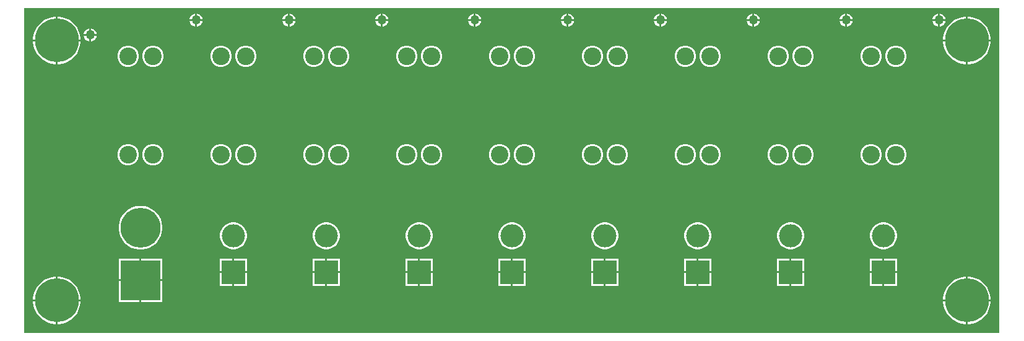
<source format=gbl>
G04*
G04 #@! TF.GenerationSoftware,Altium Limited,Altium Designer,21.8.1 (53)*
G04*
G04 Layer_Physical_Order=2*
G04 Layer_Color=16711680*
%FSLAX44Y44*%
%MOMM*%
G71*
G04*
G04 #@! TF.SameCoordinates,F20226F6-1504-4F19-8167-BFA24F29C99C*
G04*
G04*
G04 #@! TF.FilePolarity,Positive*
G04*
G01*
G75*
%ADD28C,2.4000*%
%ADD29R,3.1750X3.1750*%
%ADD30C,3.1750*%
%ADD31C,5.4610*%
%ADD32R,5.4610X5.4610*%
%ADD33C,6.0000*%
%ADD34C,1.2700*%
G36*
X1339850Y6350D02*
X6350D01*
Y450850D01*
X1339850D01*
Y6350D01*
D02*
G37*
%LPC*%
G36*
X1258570Y443203D02*
Y435610D01*
X1266163D01*
X1265584Y437771D01*
X1264414Y439799D01*
X1262759Y441454D01*
X1260731Y442624D01*
X1258570Y443203D01*
D02*
G37*
G36*
X1256030D02*
X1253869Y442624D01*
X1251841Y441454D01*
X1250186Y439799D01*
X1249016Y437771D01*
X1248437Y435610D01*
X1256030D01*
Y443203D01*
D02*
G37*
G36*
X1131570D02*
Y435610D01*
X1139163D01*
X1138584Y437771D01*
X1137414Y439799D01*
X1135759Y441454D01*
X1133731Y442624D01*
X1131570Y443203D01*
D02*
G37*
G36*
X1129030D02*
X1126869Y442624D01*
X1124841Y441454D01*
X1123186Y439799D01*
X1122016Y437771D01*
X1121437Y435610D01*
X1129030D01*
Y443203D01*
D02*
G37*
G36*
X1004570D02*
Y435610D01*
X1012163D01*
X1011584Y437771D01*
X1010414Y439799D01*
X1008759Y441454D01*
X1006731Y442624D01*
X1004570Y443203D01*
D02*
G37*
G36*
X1002030D02*
X999869Y442624D01*
X997841Y441454D01*
X996186Y439799D01*
X995016Y437771D01*
X994437Y435610D01*
X1002030D01*
Y443203D01*
D02*
G37*
G36*
X877570D02*
Y435610D01*
X885163D01*
X884584Y437771D01*
X883414Y439799D01*
X881759Y441454D01*
X879731Y442624D01*
X877570Y443203D01*
D02*
G37*
G36*
X875030D02*
X872869Y442624D01*
X870841Y441454D01*
X869186Y439799D01*
X868016Y437771D01*
X867437Y435610D01*
X875030D01*
Y443203D01*
D02*
G37*
G36*
X750570D02*
Y435610D01*
X758163D01*
X757584Y437771D01*
X756414Y439799D01*
X754759Y441454D01*
X752731Y442624D01*
X750570Y443203D01*
D02*
G37*
G36*
X748030D02*
X745869Y442624D01*
X743841Y441454D01*
X742186Y439799D01*
X741016Y437771D01*
X740437Y435610D01*
X748030D01*
Y443203D01*
D02*
G37*
G36*
X623570D02*
Y435610D01*
X631163D01*
X630584Y437771D01*
X629414Y439799D01*
X627759Y441454D01*
X625731Y442624D01*
X623570Y443203D01*
D02*
G37*
G36*
X621030D02*
X618869Y442624D01*
X616841Y441454D01*
X615186Y439799D01*
X614016Y437771D01*
X613437Y435610D01*
X621030D01*
Y443203D01*
D02*
G37*
G36*
X496570D02*
Y435610D01*
X504163D01*
X503584Y437771D01*
X502414Y439799D01*
X500759Y441454D01*
X498731Y442624D01*
X496570Y443203D01*
D02*
G37*
G36*
X494030D02*
X491869Y442624D01*
X489841Y441454D01*
X488186Y439799D01*
X487016Y437771D01*
X486437Y435610D01*
X494030D01*
Y443203D01*
D02*
G37*
G36*
X369570D02*
Y435610D01*
X377163D01*
X376584Y437771D01*
X375414Y439799D01*
X373759Y441454D01*
X371731Y442624D01*
X369570Y443203D01*
D02*
G37*
G36*
X367030D02*
X364869Y442624D01*
X362841Y441454D01*
X361186Y439799D01*
X360016Y437771D01*
X359437Y435610D01*
X367030D01*
Y443203D01*
D02*
G37*
G36*
X242570D02*
Y435610D01*
X250163D01*
X249584Y437771D01*
X248414Y439799D01*
X246759Y441454D01*
X244731Y442624D01*
X242570Y443203D01*
D02*
G37*
G36*
X240030D02*
X237869Y442624D01*
X235841Y441454D01*
X234186Y439799D01*
X233016Y437771D01*
X232437Y435610D01*
X240030D01*
Y443203D01*
D02*
G37*
G36*
X1266163Y433070D02*
X1258570D01*
Y425477D01*
X1260731Y426056D01*
X1262759Y427226D01*
X1264414Y428881D01*
X1265584Y430909D01*
X1266163Y433070D01*
D02*
G37*
G36*
X1256030D02*
X1248437D01*
X1249016Y430909D01*
X1250186Y428881D01*
X1251841Y427226D01*
X1253869Y426056D01*
X1256030Y425477D01*
Y433070D01*
D02*
G37*
G36*
X1139163D02*
X1131570D01*
Y425477D01*
X1133731Y426056D01*
X1135759Y427226D01*
X1137414Y428881D01*
X1138584Y430909D01*
X1139163Y433070D01*
D02*
G37*
G36*
X1129030D02*
X1121437D01*
X1122016Y430909D01*
X1123186Y428881D01*
X1124841Y427226D01*
X1126869Y426056D01*
X1129030Y425477D01*
Y433070D01*
D02*
G37*
G36*
X1012163D02*
X1004570D01*
Y425477D01*
X1006731Y426056D01*
X1008759Y427226D01*
X1010414Y428881D01*
X1011584Y430909D01*
X1012163Y433070D01*
D02*
G37*
G36*
X1002030D02*
X994437D01*
X995016Y430909D01*
X996186Y428881D01*
X997841Y427226D01*
X999869Y426056D01*
X1002030Y425477D01*
Y433070D01*
D02*
G37*
G36*
X885163D02*
X877570D01*
Y425477D01*
X879731Y426056D01*
X881759Y427226D01*
X883414Y428881D01*
X884584Y430909D01*
X885163Y433070D01*
D02*
G37*
G36*
X875030D02*
X867437D01*
X868016Y430909D01*
X869186Y428881D01*
X870841Y427226D01*
X872869Y426056D01*
X875030Y425477D01*
Y433070D01*
D02*
G37*
G36*
X758163D02*
X750570D01*
Y425477D01*
X752731Y426056D01*
X754759Y427226D01*
X756414Y428881D01*
X757584Y430909D01*
X758163Y433070D01*
D02*
G37*
G36*
X748030D02*
X740437D01*
X741016Y430909D01*
X742186Y428881D01*
X743841Y427226D01*
X745869Y426056D01*
X748030Y425477D01*
Y433070D01*
D02*
G37*
G36*
X631163D02*
X623570D01*
Y425477D01*
X625731Y426056D01*
X627759Y427226D01*
X629414Y428881D01*
X630584Y430909D01*
X631163Y433070D01*
D02*
G37*
G36*
X621030D02*
X613437D01*
X614016Y430909D01*
X615186Y428881D01*
X616841Y427226D01*
X618869Y426056D01*
X621030Y425477D01*
Y433070D01*
D02*
G37*
G36*
X504163D02*
X496570D01*
Y425477D01*
X498731Y426056D01*
X500759Y427226D01*
X502414Y428881D01*
X503584Y430909D01*
X504163Y433070D01*
D02*
G37*
G36*
X494030D02*
X486437D01*
X487016Y430909D01*
X488186Y428881D01*
X489841Y427226D01*
X491869Y426056D01*
X494030Y425477D01*
Y433070D01*
D02*
G37*
G36*
X377163D02*
X369570D01*
Y425477D01*
X371731Y426056D01*
X373759Y427226D01*
X375414Y428881D01*
X376584Y430909D01*
X377163Y433070D01*
D02*
G37*
G36*
X367030D02*
X359437D01*
X360016Y430909D01*
X361186Y428881D01*
X362841Y427226D01*
X364869Y426056D01*
X367030Y425477D01*
Y433070D01*
D02*
G37*
G36*
X250163D02*
X242570D01*
Y425477D01*
X244731Y426056D01*
X246759Y427226D01*
X248414Y428881D01*
X249584Y430909D01*
X250163Y433070D01*
D02*
G37*
G36*
X240030D02*
X232437D01*
X233016Y430909D01*
X234186Y428881D01*
X235841Y427226D01*
X237869Y426056D01*
X240030Y425477D01*
Y433070D01*
D02*
G37*
G36*
X97790Y422883D02*
Y415290D01*
X105383D01*
X104804Y417451D01*
X103634Y419479D01*
X101979Y421134D01*
X99951Y422304D01*
X97790Y422883D01*
D02*
G37*
G36*
X95250D02*
X93089Y422304D01*
X91061Y421134D01*
X89406Y419479D01*
X88236Y417451D01*
X87657Y415290D01*
X95250D01*
Y422883D01*
D02*
G37*
G36*
X1297961Y438940D02*
X1296670D01*
Y407670D01*
X1327940D01*
Y408961D01*
X1327139Y414020D01*
X1325556Y418891D01*
X1323231Y423455D01*
X1320220Y427598D01*
X1316598Y431220D01*
X1312455Y434231D01*
X1307891Y436556D01*
X1303020Y438139D01*
X1297961Y438940D01*
D02*
G37*
G36*
X1294130D02*
X1292839D01*
X1287780Y438139D01*
X1282909Y436556D01*
X1278345Y434231D01*
X1274202Y431220D01*
X1270580Y427598D01*
X1267569Y423455D01*
X1265244Y418891D01*
X1263661Y414020D01*
X1262860Y408961D01*
Y407670D01*
X1294130D01*
Y438940D01*
D02*
G37*
G36*
X53361D02*
X52070D01*
Y407670D01*
X83340D01*
Y408961D01*
X82539Y414020D01*
X80956Y418891D01*
X78631Y423455D01*
X75620Y427598D01*
X71998Y431220D01*
X67855Y434231D01*
X63291Y436556D01*
X58420Y438139D01*
X53361Y438940D01*
D02*
G37*
G36*
X49530D02*
X48239D01*
X43180Y438139D01*
X38309Y436556D01*
X33745Y434231D01*
X29602Y431220D01*
X25980Y427598D01*
X22969Y423455D01*
X20644Y418891D01*
X19061Y414020D01*
X18260Y408961D01*
Y407670D01*
X49530D01*
Y438940D01*
D02*
G37*
G36*
X105383Y412750D02*
X97790D01*
Y405157D01*
X99951Y405736D01*
X101979Y406906D01*
X103634Y408561D01*
X104804Y410589D01*
X105383Y412750D01*
D02*
G37*
G36*
X95250D02*
X87657D01*
X88236Y410589D01*
X89406Y408561D01*
X91061Y406906D01*
X93089Y405736D01*
X95250Y405157D01*
Y412750D01*
D02*
G37*
G36*
X1327940Y405130D02*
X1296670D01*
Y373860D01*
X1297961D01*
X1303020Y374661D01*
X1307891Y376244D01*
X1312455Y378569D01*
X1316598Y381580D01*
X1320220Y385202D01*
X1323231Y389345D01*
X1325556Y393909D01*
X1327139Y398780D01*
X1327940Y403839D01*
Y405130D01*
D02*
G37*
G36*
X1294130D02*
X1262860D01*
Y403839D01*
X1263661Y398780D01*
X1265244Y393909D01*
X1267569Y389345D01*
X1270580Y385202D01*
X1274202Y381580D01*
X1278345Y378569D01*
X1282909Y376244D01*
X1287780Y374661D01*
X1292839Y373860D01*
X1294130D01*
Y405130D01*
D02*
G37*
G36*
X83340D02*
X52070D01*
Y373860D01*
X53361D01*
X58420Y374661D01*
X63291Y376244D01*
X67855Y378569D01*
X71998Y381580D01*
X75620Y385202D01*
X78631Y389345D01*
X80956Y393909D01*
X82539Y398780D01*
X83340Y403839D01*
Y405130D01*
D02*
G37*
G36*
X49530D02*
X18260D01*
Y403839D01*
X19061Y398780D01*
X20644Y393909D01*
X22969Y389345D01*
X25980Y385202D01*
X29602Y381580D01*
X33745Y378569D01*
X38309Y376244D01*
X43180Y374661D01*
X48239Y373860D01*
X49530D01*
Y405130D01*
D02*
G37*
G36*
X1200014Y399390D02*
X1196186D01*
X1192488Y398399D01*
X1189172Y396485D01*
X1186465Y393778D01*
X1184551Y390462D01*
X1183560Y386764D01*
Y382936D01*
X1184551Y379238D01*
X1186465Y375922D01*
X1189172Y373215D01*
X1192488Y371301D01*
X1196186Y370310D01*
X1200014D01*
X1203712Y371301D01*
X1207028Y373215D01*
X1209735Y375922D01*
X1211649Y379238D01*
X1212640Y382936D01*
Y386764D01*
X1211649Y390462D01*
X1209735Y393778D01*
X1207028Y396485D01*
X1203712Y398399D01*
X1200014Y399390D01*
D02*
G37*
G36*
X1166014D02*
X1162186D01*
X1158488Y398399D01*
X1155172Y396485D01*
X1152465Y393778D01*
X1150551Y390462D01*
X1149560Y386764D01*
Y382936D01*
X1150551Y379238D01*
X1152465Y375922D01*
X1155172Y373215D01*
X1158488Y371301D01*
X1162186Y370310D01*
X1166014D01*
X1169712Y371301D01*
X1173028Y373215D01*
X1175735Y375922D01*
X1177649Y379238D01*
X1178640Y382936D01*
Y386764D01*
X1177649Y390462D01*
X1175735Y393778D01*
X1173028Y396485D01*
X1169712Y398399D01*
X1166014Y399390D01*
D02*
G37*
G36*
X1073014D02*
X1069186D01*
X1065488Y398399D01*
X1062172Y396485D01*
X1059465Y393778D01*
X1057551Y390462D01*
X1056560Y386764D01*
Y382936D01*
X1057551Y379238D01*
X1059465Y375922D01*
X1062172Y373215D01*
X1065488Y371301D01*
X1069186Y370310D01*
X1073014D01*
X1076712Y371301D01*
X1080028Y373215D01*
X1082735Y375922D01*
X1084649Y379238D01*
X1085640Y382936D01*
Y386764D01*
X1084649Y390462D01*
X1082735Y393778D01*
X1080028Y396485D01*
X1076712Y398399D01*
X1073014Y399390D01*
D02*
G37*
G36*
X1039014D02*
X1035186D01*
X1031488Y398399D01*
X1028172Y396485D01*
X1025465Y393778D01*
X1023551Y390462D01*
X1022560Y386764D01*
Y382936D01*
X1023551Y379238D01*
X1025465Y375922D01*
X1028172Y373215D01*
X1031488Y371301D01*
X1035186Y370310D01*
X1039014D01*
X1042712Y371301D01*
X1046028Y373215D01*
X1048735Y375922D01*
X1050649Y379238D01*
X1051640Y382936D01*
Y386764D01*
X1050649Y390462D01*
X1048735Y393778D01*
X1046028Y396485D01*
X1042712Y398399D01*
X1039014Y399390D01*
D02*
G37*
G36*
X946014D02*
X942186D01*
X938488Y398399D01*
X935172Y396485D01*
X932465Y393778D01*
X930551Y390462D01*
X929560Y386764D01*
Y382936D01*
X930551Y379238D01*
X932465Y375922D01*
X935172Y373215D01*
X938488Y371301D01*
X942186Y370310D01*
X946014D01*
X949712Y371301D01*
X953028Y373215D01*
X955735Y375922D01*
X957649Y379238D01*
X958640Y382936D01*
Y386764D01*
X957649Y390462D01*
X955735Y393778D01*
X953028Y396485D01*
X949712Y398399D01*
X946014Y399390D01*
D02*
G37*
G36*
X912014D02*
X908186D01*
X904488Y398399D01*
X901172Y396485D01*
X898465Y393778D01*
X896551Y390462D01*
X895560Y386764D01*
Y382936D01*
X896551Y379238D01*
X898465Y375922D01*
X901172Y373215D01*
X904488Y371301D01*
X908186Y370310D01*
X912014D01*
X915712Y371301D01*
X919028Y373215D01*
X921735Y375922D01*
X923649Y379238D01*
X924640Y382936D01*
Y386764D01*
X923649Y390462D01*
X921735Y393778D01*
X919028Y396485D01*
X915712Y398399D01*
X912014Y399390D01*
D02*
G37*
G36*
X819014D02*
X815186D01*
X811488Y398399D01*
X808172Y396485D01*
X805465Y393778D01*
X803551Y390462D01*
X802560Y386764D01*
Y382936D01*
X803551Y379238D01*
X805465Y375922D01*
X808172Y373215D01*
X811488Y371301D01*
X815186Y370310D01*
X819014D01*
X822712Y371301D01*
X826028Y373215D01*
X828735Y375922D01*
X830649Y379238D01*
X831640Y382936D01*
Y386764D01*
X830649Y390462D01*
X828735Y393778D01*
X826028Y396485D01*
X822712Y398399D01*
X819014Y399390D01*
D02*
G37*
G36*
X785014D02*
X781186D01*
X777488Y398399D01*
X774172Y396485D01*
X771465Y393778D01*
X769551Y390462D01*
X768560Y386764D01*
Y382936D01*
X769551Y379238D01*
X771465Y375922D01*
X774172Y373215D01*
X777488Y371301D01*
X781186Y370310D01*
X785014D01*
X788712Y371301D01*
X792028Y373215D01*
X794735Y375922D01*
X796649Y379238D01*
X797640Y382936D01*
Y386764D01*
X796649Y390462D01*
X794735Y393778D01*
X792028Y396485D01*
X788712Y398399D01*
X785014Y399390D01*
D02*
G37*
G36*
X692014D02*
X688186D01*
X684488Y398399D01*
X681172Y396485D01*
X678465Y393778D01*
X676551Y390462D01*
X675560Y386764D01*
Y382936D01*
X676551Y379238D01*
X678465Y375922D01*
X681172Y373215D01*
X684488Y371301D01*
X688186Y370310D01*
X692014D01*
X695712Y371301D01*
X699028Y373215D01*
X701735Y375922D01*
X703649Y379238D01*
X704640Y382936D01*
Y386764D01*
X703649Y390462D01*
X701735Y393778D01*
X699028Y396485D01*
X695712Y398399D01*
X692014Y399390D01*
D02*
G37*
G36*
X658014D02*
X654186D01*
X650488Y398399D01*
X647172Y396485D01*
X644465Y393778D01*
X642551Y390462D01*
X641560Y386764D01*
Y382936D01*
X642551Y379238D01*
X644465Y375922D01*
X647172Y373215D01*
X650488Y371301D01*
X654186Y370310D01*
X658014D01*
X661712Y371301D01*
X665028Y373215D01*
X667735Y375922D01*
X669649Y379238D01*
X670640Y382936D01*
Y386764D01*
X669649Y390462D01*
X667735Y393778D01*
X665028Y396485D01*
X661712Y398399D01*
X658014Y399390D01*
D02*
G37*
G36*
X565014D02*
X561186D01*
X557488Y398399D01*
X554172Y396485D01*
X551465Y393778D01*
X549551Y390462D01*
X548560Y386764D01*
Y382936D01*
X549551Y379238D01*
X551465Y375922D01*
X554172Y373215D01*
X557488Y371301D01*
X561186Y370310D01*
X565014D01*
X568712Y371301D01*
X572028Y373215D01*
X574735Y375922D01*
X576649Y379238D01*
X577640Y382936D01*
Y386764D01*
X576649Y390462D01*
X574735Y393778D01*
X572028Y396485D01*
X568712Y398399D01*
X565014Y399390D01*
D02*
G37*
G36*
X531014D02*
X527186D01*
X523488Y398399D01*
X520172Y396485D01*
X517465Y393778D01*
X515551Y390462D01*
X514560Y386764D01*
Y382936D01*
X515551Y379238D01*
X517465Y375922D01*
X520172Y373215D01*
X523488Y371301D01*
X527186Y370310D01*
X531014D01*
X534712Y371301D01*
X538028Y373215D01*
X540735Y375922D01*
X542649Y379238D01*
X543640Y382936D01*
Y386764D01*
X542649Y390462D01*
X540735Y393778D01*
X538028Y396485D01*
X534712Y398399D01*
X531014Y399390D01*
D02*
G37*
G36*
X438014D02*
X434186D01*
X430488Y398399D01*
X427172Y396485D01*
X424465Y393778D01*
X422551Y390462D01*
X421560Y386764D01*
Y382936D01*
X422551Y379238D01*
X424465Y375922D01*
X427172Y373215D01*
X430488Y371301D01*
X434186Y370310D01*
X438014D01*
X441712Y371301D01*
X445028Y373215D01*
X447735Y375922D01*
X449649Y379238D01*
X450640Y382936D01*
Y386764D01*
X449649Y390462D01*
X447735Y393778D01*
X445028Y396485D01*
X441712Y398399D01*
X438014Y399390D01*
D02*
G37*
G36*
X404014D02*
X400186D01*
X396488Y398399D01*
X393172Y396485D01*
X390465Y393778D01*
X388551Y390462D01*
X387560Y386764D01*
Y382936D01*
X388551Y379238D01*
X390465Y375922D01*
X393172Y373215D01*
X396488Y371301D01*
X400186Y370310D01*
X404014D01*
X407712Y371301D01*
X411028Y373215D01*
X413735Y375922D01*
X415649Y379238D01*
X416640Y382936D01*
Y386764D01*
X415649Y390462D01*
X413735Y393778D01*
X411028Y396485D01*
X407712Y398399D01*
X404014Y399390D01*
D02*
G37*
G36*
X311014D02*
X307186D01*
X303488Y398399D01*
X300172Y396485D01*
X297465Y393778D01*
X295551Y390462D01*
X294560Y386764D01*
Y382936D01*
X295551Y379238D01*
X297465Y375922D01*
X300172Y373215D01*
X303488Y371301D01*
X307186Y370310D01*
X311014D01*
X314712Y371301D01*
X318028Y373215D01*
X320735Y375922D01*
X322649Y379238D01*
X323640Y382936D01*
Y386764D01*
X322649Y390462D01*
X320735Y393778D01*
X318028Y396485D01*
X314712Y398399D01*
X311014Y399390D01*
D02*
G37*
G36*
X277014D02*
X273186D01*
X269488Y398399D01*
X266172Y396485D01*
X263465Y393778D01*
X261551Y390462D01*
X260560Y386764D01*
Y382936D01*
X261551Y379238D01*
X263465Y375922D01*
X266172Y373215D01*
X269488Y371301D01*
X273186Y370310D01*
X277014D01*
X280712Y371301D01*
X284028Y373215D01*
X286735Y375922D01*
X288649Y379238D01*
X289640Y382936D01*
Y386764D01*
X288649Y390462D01*
X286735Y393778D01*
X284028Y396485D01*
X280712Y398399D01*
X277014Y399390D01*
D02*
G37*
G36*
X184014D02*
X180186D01*
X176488Y398399D01*
X173172Y396485D01*
X170465Y393778D01*
X168551Y390462D01*
X167560Y386764D01*
Y382936D01*
X168551Y379238D01*
X170465Y375922D01*
X173172Y373215D01*
X176488Y371301D01*
X180186Y370310D01*
X184014D01*
X187712Y371301D01*
X191028Y373215D01*
X193735Y375922D01*
X195649Y379238D01*
X196640Y382936D01*
Y386764D01*
X195649Y390462D01*
X193735Y393778D01*
X191028Y396485D01*
X187712Y398399D01*
X184014Y399390D01*
D02*
G37*
G36*
X150014D02*
X146186D01*
X142488Y398399D01*
X139172Y396485D01*
X136465Y393778D01*
X134551Y390462D01*
X133560Y386764D01*
Y382936D01*
X134551Y379238D01*
X136465Y375922D01*
X139172Y373215D01*
X142488Y371301D01*
X146186Y370310D01*
X150014D01*
X153712Y371301D01*
X157028Y373215D01*
X159735Y375922D01*
X161649Y379238D01*
X162640Y382936D01*
Y386764D01*
X161649Y390462D01*
X159735Y393778D01*
X157028Y396485D01*
X153712Y398399D01*
X150014Y399390D01*
D02*
G37*
G36*
X1200014Y264690D02*
X1196186D01*
X1192488Y263699D01*
X1189172Y261785D01*
X1186465Y259078D01*
X1184551Y255762D01*
X1183560Y252064D01*
Y248236D01*
X1184551Y244538D01*
X1186465Y241222D01*
X1189172Y238515D01*
X1192488Y236601D01*
X1196186Y235610D01*
X1200014D01*
X1203712Y236601D01*
X1207028Y238515D01*
X1209735Y241222D01*
X1211649Y244538D01*
X1212640Y248236D01*
Y252064D01*
X1211649Y255762D01*
X1209735Y259078D01*
X1207028Y261785D01*
X1203712Y263699D01*
X1200014Y264690D01*
D02*
G37*
G36*
X1166014D02*
X1162186D01*
X1158488Y263699D01*
X1155172Y261785D01*
X1152465Y259078D01*
X1150551Y255762D01*
X1149560Y252064D01*
Y248236D01*
X1150551Y244538D01*
X1152465Y241222D01*
X1155172Y238515D01*
X1158488Y236601D01*
X1162186Y235610D01*
X1166014D01*
X1169712Y236601D01*
X1173028Y238515D01*
X1175735Y241222D01*
X1177649Y244538D01*
X1178640Y248236D01*
Y252064D01*
X1177649Y255762D01*
X1175735Y259078D01*
X1173028Y261785D01*
X1169712Y263699D01*
X1166014Y264690D01*
D02*
G37*
G36*
X1073014D02*
X1069186D01*
X1065488Y263699D01*
X1062172Y261785D01*
X1059465Y259078D01*
X1057551Y255762D01*
X1056560Y252064D01*
Y248236D01*
X1057551Y244538D01*
X1059465Y241222D01*
X1062172Y238515D01*
X1065488Y236601D01*
X1069186Y235610D01*
X1073014D01*
X1076712Y236601D01*
X1080028Y238515D01*
X1082735Y241222D01*
X1084649Y244538D01*
X1085640Y248236D01*
Y252064D01*
X1084649Y255762D01*
X1082735Y259078D01*
X1080028Y261785D01*
X1076712Y263699D01*
X1073014Y264690D01*
D02*
G37*
G36*
X1039014D02*
X1035186D01*
X1031488Y263699D01*
X1028172Y261785D01*
X1025465Y259078D01*
X1023551Y255762D01*
X1022560Y252064D01*
Y248236D01*
X1023551Y244538D01*
X1025465Y241222D01*
X1028172Y238515D01*
X1031488Y236601D01*
X1035186Y235610D01*
X1039014D01*
X1042712Y236601D01*
X1046028Y238515D01*
X1048735Y241222D01*
X1050649Y244538D01*
X1051640Y248236D01*
Y252064D01*
X1050649Y255762D01*
X1048735Y259078D01*
X1046028Y261785D01*
X1042712Y263699D01*
X1039014Y264690D01*
D02*
G37*
G36*
X946014D02*
X942186D01*
X938488Y263699D01*
X935172Y261785D01*
X932465Y259078D01*
X930551Y255762D01*
X929560Y252064D01*
Y248236D01*
X930551Y244538D01*
X932465Y241222D01*
X935172Y238515D01*
X938488Y236601D01*
X942186Y235610D01*
X946014D01*
X949712Y236601D01*
X953028Y238515D01*
X955735Y241222D01*
X957649Y244538D01*
X958640Y248236D01*
Y252064D01*
X957649Y255762D01*
X955735Y259078D01*
X953028Y261785D01*
X949712Y263699D01*
X946014Y264690D01*
D02*
G37*
G36*
X912014D02*
X908186D01*
X904488Y263699D01*
X901172Y261785D01*
X898465Y259078D01*
X896551Y255762D01*
X895560Y252064D01*
Y248236D01*
X896551Y244538D01*
X898465Y241222D01*
X901172Y238515D01*
X904488Y236601D01*
X908186Y235610D01*
X912014D01*
X915712Y236601D01*
X919028Y238515D01*
X921735Y241222D01*
X923649Y244538D01*
X924640Y248236D01*
Y252064D01*
X923649Y255762D01*
X921735Y259078D01*
X919028Y261785D01*
X915712Y263699D01*
X912014Y264690D01*
D02*
G37*
G36*
X819014D02*
X815186D01*
X811488Y263699D01*
X808172Y261785D01*
X805465Y259078D01*
X803551Y255762D01*
X802560Y252064D01*
Y248236D01*
X803551Y244538D01*
X805465Y241222D01*
X808172Y238515D01*
X811488Y236601D01*
X815186Y235610D01*
X819014D01*
X822712Y236601D01*
X826028Y238515D01*
X828735Y241222D01*
X830649Y244538D01*
X831640Y248236D01*
Y252064D01*
X830649Y255762D01*
X828735Y259078D01*
X826028Y261785D01*
X822712Y263699D01*
X819014Y264690D01*
D02*
G37*
G36*
X785014D02*
X781186D01*
X777488Y263699D01*
X774172Y261785D01*
X771465Y259078D01*
X769551Y255762D01*
X768560Y252064D01*
Y248236D01*
X769551Y244538D01*
X771465Y241222D01*
X774172Y238515D01*
X777488Y236601D01*
X781186Y235610D01*
X785014D01*
X788712Y236601D01*
X792028Y238515D01*
X794735Y241222D01*
X796649Y244538D01*
X797640Y248236D01*
Y252064D01*
X796649Y255762D01*
X794735Y259078D01*
X792028Y261785D01*
X788712Y263699D01*
X785014Y264690D01*
D02*
G37*
G36*
X692014D02*
X688186D01*
X684488Y263699D01*
X681172Y261785D01*
X678465Y259078D01*
X676551Y255762D01*
X675560Y252064D01*
Y248236D01*
X676551Y244538D01*
X678465Y241222D01*
X681172Y238515D01*
X684488Y236601D01*
X688186Y235610D01*
X692014D01*
X695712Y236601D01*
X699028Y238515D01*
X701735Y241222D01*
X703649Y244538D01*
X704640Y248236D01*
Y252064D01*
X703649Y255762D01*
X701735Y259078D01*
X699028Y261785D01*
X695712Y263699D01*
X692014Y264690D01*
D02*
G37*
G36*
X658014D02*
X654186D01*
X650488Y263699D01*
X647172Y261785D01*
X644465Y259078D01*
X642551Y255762D01*
X641560Y252064D01*
Y248236D01*
X642551Y244538D01*
X644465Y241222D01*
X647172Y238515D01*
X650488Y236601D01*
X654186Y235610D01*
X658014D01*
X661712Y236601D01*
X665028Y238515D01*
X667735Y241222D01*
X669649Y244538D01*
X670640Y248236D01*
Y252064D01*
X669649Y255762D01*
X667735Y259078D01*
X665028Y261785D01*
X661712Y263699D01*
X658014Y264690D01*
D02*
G37*
G36*
X565014D02*
X561186D01*
X557488Y263699D01*
X554172Y261785D01*
X551465Y259078D01*
X549551Y255762D01*
X548560Y252064D01*
Y248236D01*
X549551Y244538D01*
X551465Y241222D01*
X554172Y238515D01*
X557488Y236601D01*
X561186Y235610D01*
X565014D01*
X568712Y236601D01*
X572028Y238515D01*
X574735Y241222D01*
X576649Y244538D01*
X577640Y248236D01*
Y252064D01*
X576649Y255762D01*
X574735Y259078D01*
X572028Y261785D01*
X568712Y263699D01*
X565014Y264690D01*
D02*
G37*
G36*
X531014D02*
X527186D01*
X523488Y263699D01*
X520172Y261785D01*
X517465Y259078D01*
X515551Y255762D01*
X514560Y252064D01*
Y248236D01*
X515551Y244538D01*
X517465Y241222D01*
X520172Y238515D01*
X523488Y236601D01*
X527186Y235610D01*
X531014D01*
X534712Y236601D01*
X538028Y238515D01*
X540735Y241222D01*
X542649Y244538D01*
X543640Y248236D01*
Y252064D01*
X542649Y255762D01*
X540735Y259078D01*
X538028Y261785D01*
X534712Y263699D01*
X531014Y264690D01*
D02*
G37*
G36*
X438014D02*
X434186D01*
X430488Y263699D01*
X427172Y261785D01*
X424465Y259078D01*
X422551Y255762D01*
X421560Y252064D01*
Y248236D01*
X422551Y244538D01*
X424465Y241222D01*
X427172Y238515D01*
X430488Y236601D01*
X434186Y235610D01*
X438014D01*
X441712Y236601D01*
X445028Y238515D01*
X447735Y241222D01*
X449649Y244538D01*
X450640Y248236D01*
Y252064D01*
X449649Y255762D01*
X447735Y259078D01*
X445028Y261785D01*
X441712Y263699D01*
X438014Y264690D01*
D02*
G37*
G36*
X404014D02*
X400186D01*
X396488Y263699D01*
X393172Y261785D01*
X390465Y259078D01*
X388551Y255762D01*
X387560Y252064D01*
Y248236D01*
X388551Y244538D01*
X390465Y241222D01*
X393172Y238515D01*
X396488Y236601D01*
X400186Y235610D01*
X404014D01*
X407712Y236601D01*
X411028Y238515D01*
X413735Y241222D01*
X415649Y244538D01*
X416640Y248236D01*
Y252064D01*
X415649Y255762D01*
X413735Y259078D01*
X411028Y261785D01*
X407712Y263699D01*
X404014Y264690D01*
D02*
G37*
G36*
X311014D02*
X307186D01*
X303488Y263699D01*
X300172Y261785D01*
X297465Y259078D01*
X295551Y255762D01*
X294560Y252064D01*
Y248236D01*
X295551Y244538D01*
X297465Y241222D01*
X300172Y238515D01*
X303488Y236601D01*
X307186Y235610D01*
X311014D01*
X314712Y236601D01*
X318028Y238515D01*
X320735Y241222D01*
X322649Y244538D01*
X323640Y248236D01*
Y252064D01*
X322649Y255762D01*
X320735Y259078D01*
X318028Y261785D01*
X314712Y263699D01*
X311014Y264690D01*
D02*
G37*
G36*
X277014D02*
X273186D01*
X269488Y263699D01*
X266172Y261785D01*
X263465Y259078D01*
X261551Y255762D01*
X260560Y252064D01*
Y248236D01*
X261551Y244538D01*
X263465Y241222D01*
X266172Y238515D01*
X269488Y236601D01*
X273186Y235610D01*
X277014D01*
X280712Y236601D01*
X284028Y238515D01*
X286735Y241222D01*
X288649Y244538D01*
X289640Y248236D01*
Y252064D01*
X288649Y255762D01*
X286735Y259078D01*
X284028Y261785D01*
X280712Y263699D01*
X277014Y264690D01*
D02*
G37*
G36*
X184014D02*
X180186D01*
X176488Y263699D01*
X173172Y261785D01*
X170465Y259078D01*
X168551Y255762D01*
X167560Y252064D01*
Y248236D01*
X168551Y244538D01*
X170465Y241222D01*
X173172Y238515D01*
X176488Y236601D01*
X180186Y235610D01*
X184014D01*
X187712Y236601D01*
X191028Y238515D01*
X193735Y241222D01*
X195649Y244538D01*
X196640Y248236D01*
Y252064D01*
X195649Y255762D01*
X193735Y259078D01*
X191028Y261785D01*
X187712Y263699D01*
X184014Y264690D01*
D02*
G37*
G36*
X150014D02*
X146186D01*
X142488Y263699D01*
X139172Y261785D01*
X136465Y259078D01*
X134551Y255762D01*
X133560Y252064D01*
Y248236D01*
X134551Y244538D01*
X136465Y241222D01*
X139172Y238515D01*
X142488Y236601D01*
X146186Y235610D01*
X150014D01*
X153712Y236601D01*
X157028Y238515D01*
X159735Y241222D01*
X161649Y244538D01*
X162640Y248236D01*
Y252064D01*
X161649Y255762D01*
X159735Y259078D01*
X157028Y261785D01*
X153712Y263699D01*
X150014Y264690D01*
D02*
G37*
G36*
X1182914Y157715D02*
X1179286D01*
X1175729Y157007D01*
X1172377Y155619D01*
X1169361Y153604D01*
X1166796Y151039D01*
X1164781Y148023D01*
X1163393Y144671D01*
X1162685Y141114D01*
Y137486D01*
X1163393Y133928D01*
X1164781Y130577D01*
X1166796Y127561D01*
X1169361Y124996D01*
X1172377Y122981D01*
X1175729Y121593D01*
X1179286Y120885D01*
X1182914D01*
X1186471Y121593D01*
X1189823Y122981D01*
X1192839Y124996D01*
X1195404Y127561D01*
X1197419Y130577D01*
X1198807Y133928D01*
X1199515Y137486D01*
Y141114D01*
X1198807Y144671D01*
X1197419Y148023D01*
X1195404Y151039D01*
X1192839Y153604D01*
X1189823Y155619D01*
X1186471Y157007D01*
X1182914Y157715D01*
D02*
G37*
G36*
X1055914D02*
X1052286D01*
X1048728Y157007D01*
X1045377Y155619D01*
X1042361Y153604D01*
X1039796Y151039D01*
X1037781Y148023D01*
X1036393Y144671D01*
X1035685Y141114D01*
Y137486D01*
X1036393Y133928D01*
X1037781Y130577D01*
X1039796Y127561D01*
X1042361Y124996D01*
X1045377Y122981D01*
X1048728Y121593D01*
X1052286Y120885D01*
X1055914D01*
X1059472Y121593D01*
X1062823Y122981D01*
X1065839Y124996D01*
X1068404Y127561D01*
X1070419Y130577D01*
X1071807Y133928D01*
X1072515Y137486D01*
Y141114D01*
X1071807Y144671D01*
X1070419Y148023D01*
X1068404Y151039D01*
X1065839Y153604D01*
X1062823Y155619D01*
X1059472Y157007D01*
X1055914Y157715D01*
D02*
G37*
G36*
X928914D02*
X925286D01*
X921729Y157007D01*
X918377Y155619D01*
X915361Y153604D01*
X912796Y151039D01*
X910781Y148023D01*
X909393Y144671D01*
X908685Y141114D01*
Y137486D01*
X909393Y133928D01*
X910781Y130577D01*
X912796Y127561D01*
X915361Y124996D01*
X918377Y122981D01*
X921729Y121593D01*
X925286Y120885D01*
X928914D01*
X932471Y121593D01*
X935823Y122981D01*
X938839Y124996D01*
X941404Y127561D01*
X943419Y130577D01*
X944807Y133928D01*
X945515Y137486D01*
Y141114D01*
X944807Y144671D01*
X943419Y148023D01*
X941404Y151039D01*
X938839Y153604D01*
X935823Y155619D01*
X932471Y157007D01*
X928914Y157715D01*
D02*
G37*
G36*
X801914D02*
X798286D01*
X794728Y157007D01*
X791377Y155619D01*
X788361Y153604D01*
X785796Y151039D01*
X783781Y148023D01*
X782393Y144671D01*
X781685Y141114D01*
Y137486D01*
X782393Y133928D01*
X783781Y130577D01*
X785796Y127561D01*
X788361Y124996D01*
X791377Y122981D01*
X794728Y121593D01*
X798286Y120885D01*
X801914D01*
X805471Y121593D01*
X808823Y122981D01*
X811839Y124996D01*
X814404Y127561D01*
X816419Y130577D01*
X817807Y133928D01*
X818515Y137486D01*
Y141114D01*
X817807Y144671D01*
X816419Y148023D01*
X814404Y151039D01*
X811839Y153604D01*
X808823Y155619D01*
X805471Y157007D01*
X801914Y157715D01*
D02*
G37*
G36*
X674914D02*
X671286D01*
X667729Y157007D01*
X664377Y155619D01*
X661361Y153604D01*
X658796Y151039D01*
X656781Y148023D01*
X655393Y144671D01*
X654685Y141114D01*
Y137486D01*
X655393Y133928D01*
X656781Y130577D01*
X658796Y127561D01*
X661361Y124996D01*
X664377Y122981D01*
X667729Y121593D01*
X671286Y120885D01*
X674914D01*
X678472Y121593D01*
X681823Y122981D01*
X684839Y124996D01*
X687404Y127561D01*
X689419Y130577D01*
X690807Y133928D01*
X691515Y137486D01*
Y141114D01*
X690807Y144671D01*
X689419Y148023D01*
X687404Y151039D01*
X684839Y153604D01*
X681823Y155619D01*
X678472Y157007D01*
X674914Y157715D01*
D02*
G37*
G36*
X547914D02*
X544286D01*
X540728Y157007D01*
X537377Y155619D01*
X534361Y153604D01*
X531796Y151039D01*
X529781Y148023D01*
X528393Y144671D01*
X527685Y141114D01*
Y137486D01*
X528393Y133928D01*
X529781Y130577D01*
X531796Y127561D01*
X534361Y124996D01*
X537377Y122981D01*
X540728Y121593D01*
X544286Y120885D01*
X547914D01*
X551471Y121593D01*
X554823Y122981D01*
X557839Y124996D01*
X560404Y127561D01*
X562419Y130577D01*
X563807Y133928D01*
X564515Y137486D01*
Y141114D01*
X563807Y144671D01*
X562419Y148023D01*
X560404Y151039D01*
X557839Y153604D01*
X554823Y155619D01*
X551471Y157007D01*
X547914Y157715D01*
D02*
G37*
G36*
X420914D02*
X417286D01*
X413728Y157007D01*
X410377Y155619D01*
X407361Y153604D01*
X404796Y151039D01*
X402781Y148023D01*
X401393Y144671D01*
X400685Y141114D01*
Y137486D01*
X401393Y133928D01*
X402781Y130577D01*
X404796Y127561D01*
X407361Y124996D01*
X410377Y122981D01*
X413728Y121593D01*
X417286Y120885D01*
X420914D01*
X424472Y121593D01*
X427823Y122981D01*
X430839Y124996D01*
X433404Y127561D01*
X435419Y130577D01*
X436807Y133928D01*
X437515Y137486D01*
Y141114D01*
X436807Y144671D01*
X435419Y148023D01*
X433404Y151039D01*
X430839Y153604D01*
X427823Y155619D01*
X424472Y157007D01*
X420914Y157715D01*
D02*
G37*
G36*
X293914D02*
X290286D01*
X286728Y157007D01*
X283377Y155619D01*
X280361Y153604D01*
X277796Y151039D01*
X275781Y148023D01*
X274393Y144671D01*
X273685Y141114D01*
Y137486D01*
X274393Y133928D01*
X275781Y130577D01*
X277796Y127561D01*
X280361Y124996D01*
X283377Y122981D01*
X286728Y121593D01*
X290286Y120885D01*
X293914D01*
X297472Y121593D01*
X300823Y122981D01*
X303839Y124996D01*
X306404Y127561D01*
X308419Y130577D01*
X309807Y133928D01*
X310515Y137486D01*
Y141114D01*
X309807Y144671D01*
X308419Y148023D01*
X306404Y151039D01*
X303839Y153604D01*
X300823Y155619D01*
X297472Y157007D01*
X293914Y157715D01*
D02*
G37*
G36*
X167449Y180145D02*
X162751D01*
X158111Y179410D01*
X153644Y177958D01*
X149458Y175826D01*
X145657Y173064D01*
X142336Y169743D01*
X139574Y165942D01*
X137442Y161756D01*
X135990Y157289D01*
X135255Y152649D01*
Y147951D01*
X135990Y143311D01*
X137442Y138843D01*
X139574Y134658D01*
X142336Y130857D01*
X145657Y127535D01*
X149458Y124774D01*
X153644Y122642D01*
X158111Y121190D01*
X162751Y120455D01*
X167449D01*
X172089Y121190D01*
X176556Y122642D01*
X180742Y124774D01*
X184543Y127535D01*
X187864Y130857D01*
X190626Y134658D01*
X192758Y138843D01*
X194210Y143311D01*
X194945Y147951D01*
Y152649D01*
X194210Y157289D01*
X192758Y161756D01*
X190626Y165942D01*
X187864Y169743D01*
X184543Y173064D01*
X180742Y175826D01*
X176556Y177958D01*
X172089Y179410D01*
X167449Y180145D01*
D02*
G37*
G36*
X1199515Y107715D02*
X1182370D01*
Y90570D01*
X1199515D01*
Y107715D01*
D02*
G37*
G36*
X1072515D02*
X1055370D01*
Y90570D01*
X1072515D01*
Y107715D01*
D02*
G37*
G36*
X945515D02*
X928370D01*
Y90570D01*
X945515D01*
Y107715D01*
D02*
G37*
G36*
X818515D02*
X801370D01*
Y90570D01*
X818515D01*
Y107715D01*
D02*
G37*
G36*
X691515D02*
X674370D01*
Y90570D01*
X691515D01*
Y107715D01*
D02*
G37*
G36*
X564515D02*
X547370D01*
Y90570D01*
X564515D01*
Y107715D01*
D02*
G37*
G36*
X437515D02*
X420370D01*
Y90570D01*
X437515D01*
Y107715D01*
D02*
G37*
G36*
X310515D02*
X293370D01*
Y90570D01*
X310515D01*
Y107715D01*
D02*
G37*
G36*
X1179830D02*
X1162685D01*
Y90570D01*
X1179830D01*
Y107715D01*
D02*
G37*
G36*
X1052830D02*
X1035685D01*
Y90570D01*
X1052830D01*
Y107715D01*
D02*
G37*
G36*
X925830D02*
X908685D01*
Y90570D01*
X925830D01*
Y107715D01*
D02*
G37*
G36*
X798830D02*
X781685D01*
Y90570D01*
X798830D01*
Y107715D01*
D02*
G37*
G36*
X671830D02*
X654685D01*
Y90570D01*
X671830D01*
Y107715D01*
D02*
G37*
G36*
X544830D02*
X527685D01*
Y90570D01*
X544830D01*
Y107715D01*
D02*
G37*
G36*
X417830D02*
X400685D01*
Y90570D01*
X417830D01*
Y107715D01*
D02*
G37*
G36*
X290830D02*
X273685D01*
Y90570D01*
X290830D01*
Y107715D01*
D02*
G37*
G36*
X194945Y108145D02*
X166370D01*
Y79570D01*
X194945D01*
Y108145D01*
D02*
G37*
G36*
X163830D02*
X135255D01*
Y79570D01*
X163830D01*
Y108145D01*
D02*
G37*
G36*
X1199515Y88030D02*
X1182370D01*
Y70885D01*
X1199515D01*
Y88030D01*
D02*
G37*
G36*
X1179830D02*
X1162685D01*
Y70885D01*
X1179830D01*
Y88030D01*
D02*
G37*
G36*
X1072515D02*
X1055370D01*
Y70885D01*
X1072515D01*
Y88030D01*
D02*
G37*
G36*
X1052830D02*
X1035685D01*
Y70885D01*
X1052830D01*
Y88030D01*
D02*
G37*
G36*
X945515D02*
X928370D01*
Y70885D01*
X945515D01*
Y88030D01*
D02*
G37*
G36*
X925830D02*
X908685D01*
Y70885D01*
X925830D01*
Y88030D01*
D02*
G37*
G36*
X818515D02*
X801370D01*
Y70885D01*
X818515D01*
Y88030D01*
D02*
G37*
G36*
X798830D02*
X781685D01*
Y70885D01*
X798830D01*
Y88030D01*
D02*
G37*
G36*
X691515D02*
X674370D01*
Y70885D01*
X691515D01*
Y88030D01*
D02*
G37*
G36*
X671830D02*
X654685D01*
Y70885D01*
X671830D01*
Y88030D01*
D02*
G37*
G36*
X564515D02*
X547370D01*
Y70885D01*
X564515D01*
Y88030D01*
D02*
G37*
G36*
X544830D02*
X527685D01*
Y70885D01*
X544830D01*
Y88030D01*
D02*
G37*
G36*
X437515D02*
X420370D01*
Y70885D01*
X437515D01*
Y88030D01*
D02*
G37*
G36*
X417830D02*
X400685D01*
Y70885D01*
X417830D01*
Y88030D01*
D02*
G37*
G36*
X310515D02*
X293370D01*
Y70885D01*
X310515D01*
Y88030D01*
D02*
G37*
G36*
X290830D02*
X273685D01*
Y70885D01*
X290830D01*
Y88030D01*
D02*
G37*
G36*
X1297961Y83340D02*
X1296670D01*
Y52070D01*
X1327940D01*
Y53361D01*
X1327139Y58420D01*
X1325556Y63291D01*
X1323231Y67855D01*
X1320220Y71998D01*
X1316598Y75620D01*
X1312455Y78631D01*
X1307891Y80956D01*
X1303020Y82539D01*
X1297961Y83340D01*
D02*
G37*
G36*
X1294130D02*
X1292839D01*
X1287780Y82539D01*
X1282909Y80956D01*
X1278345Y78631D01*
X1274202Y75620D01*
X1270580Y71998D01*
X1267569Y67855D01*
X1265244Y63291D01*
X1263661Y58420D01*
X1262860Y53361D01*
Y52070D01*
X1294130D01*
Y83340D01*
D02*
G37*
G36*
X53361D02*
X52070D01*
Y52070D01*
X83340D01*
Y53361D01*
X82539Y58420D01*
X80956Y63291D01*
X78631Y67855D01*
X75620Y71998D01*
X71998Y75620D01*
X67855Y78631D01*
X63291Y80956D01*
X58420Y82539D01*
X53361Y83340D01*
D02*
G37*
G36*
X49530D02*
X48239D01*
X43180Y82539D01*
X38309Y80956D01*
X33745Y78631D01*
X29602Y75620D01*
X25980Y71998D01*
X22969Y67855D01*
X20644Y63291D01*
X19061Y58420D01*
X18260Y53361D01*
Y52070D01*
X49530D01*
Y83340D01*
D02*
G37*
G36*
X194945Y77030D02*
X166370D01*
Y48455D01*
X194945D01*
Y77030D01*
D02*
G37*
G36*
X163830D02*
X135255D01*
Y48455D01*
X163830D01*
Y77030D01*
D02*
G37*
G36*
X1327940Y49530D02*
X1296670D01*
Y18260D01*
X1297961D01*
X1303020Y19061D01*
X1307891Y20644D01*
X1312455Y22969D01*
X1316598Y25980D01*
X1320220Y29602D01*
X1323231Y33745D01*
X1325556Y38309D01*
X1327139Y43180D01*
X1327940Y48239D01*
Y49530D01*
D02*
G37*
G36*
X1294130D02*
X1262860D01*
Y48239D01*
X1263661Y43180D01*
X1265244Y38309D01*
X1267569Y33745D01*
X1270580Y29602D01*
X1274202Y25980D01*
X1278345Y22969D01*
X1282909Y20644D01*
X1287780Y19061D01*
X1292839Y18260D01*
X1294130D01*
Y49530D01*
D02*
G37*
G36*
X83340D02*
X52070D01*
Y18260D01*
X53361D01*
X58420Y19061D01*
X63291Y20644D01*
X67855Y22969D01*
X71998Y25980D01*
X75620Y29602D01*
X78631Y33745D01*
X80956Y38309D01*
X82539Y43180D01*
X83340Y48239D01*
Y49530D01*
D02*
G37*
G36*
X49530D02*
X18260D01*
Y48239D01*
X19061Y43180D01*
X20644Y38309D01*
X22969Y33745D01*
X25980Y29602D01*
X29602Y25980D01*
X33745Y22969D01*
X38309Y20644D01*
X43180Y19061D01*
X48239Y18260D01*
X49530D01*
Y49530D01*
D02*
G37*
%LPD*%
D28*
X1071100Y384850D02*
D03*
X1037100D02*
D03*
X1071100Y250150D02*
D03*
X1037100D02*
D03*
X436100Y384850D02*
D03*
X402100D02*
D03*
X436100Y250150D02*
D03*
X402100D02*
D03*
X182100Y384850D02*
D03*
X148100D02*
D03*
X182100Y250150D02*
D03*
X148100D02*
D03*
X783100D02*
D03*
X817100D02*
D03*
X783100Y384850D02*
D03*
X817100D02*
D03*
X656100Y250150D02*
D03*
X690100D02*
D03*
X656100Y384850D02*
D03*
X690100D02*
D03*
X1164100Y250150D02*
D03*
X1198100D02*
D03*
X1164100Y384850D02*
D03*
X1198100D02*
D03*
X910100Y250150D02*
D03*
X944100D02*
D03*
X910100Y384850D02*
D03*
X944100D02*
D03*
X275100Y250150D02*
D03*
X309100D02*
D03*
X275100Y384850D02*
D03*
X309100D02*
D03*
X529100Y250150D02*
D03*
X563100D02*
D03*
X529100Y384850D02*
D03*
X563100D02*
D03*
D29*
X546100Y89300D02*
D03*
X927100D02*
D03*
X1181100D02*
D03*
X1054100D02*
D03*
X673100D02*
D03*
X800100D02*
D03*
X419100D02*
D03*
X292100D02*
D03*
D30*
X546100Y139300D02*
D03*
X927100D02*
D03*
X1181100D02*
D03*
X1054100D02*
D03*
X673100D02*
D03*
X800100D02*
D03*
X419100D02*
D03*
X292100D02*
D03*
D31*
X165100Y150300D02*
D03*
D32*
Y78300D02*
D03*
D33*
X50800Y50800D02*
D03*
Y406400D02*
D03*
X1295400D02*
D03*
Y50800D02*
D03*
D34*
X1257300Y434340D02*
D03*
X1130300D02*
D03*
X1003300D02*
D03*
X876300D02*
D03*
X749300D02*
D03*
X622300D02*
D03*
X495300D02*
D03*
X368300D02*
D03*
X241300D02*
D03*
X96520Y414020D02*
D03*
M02*

</source>
